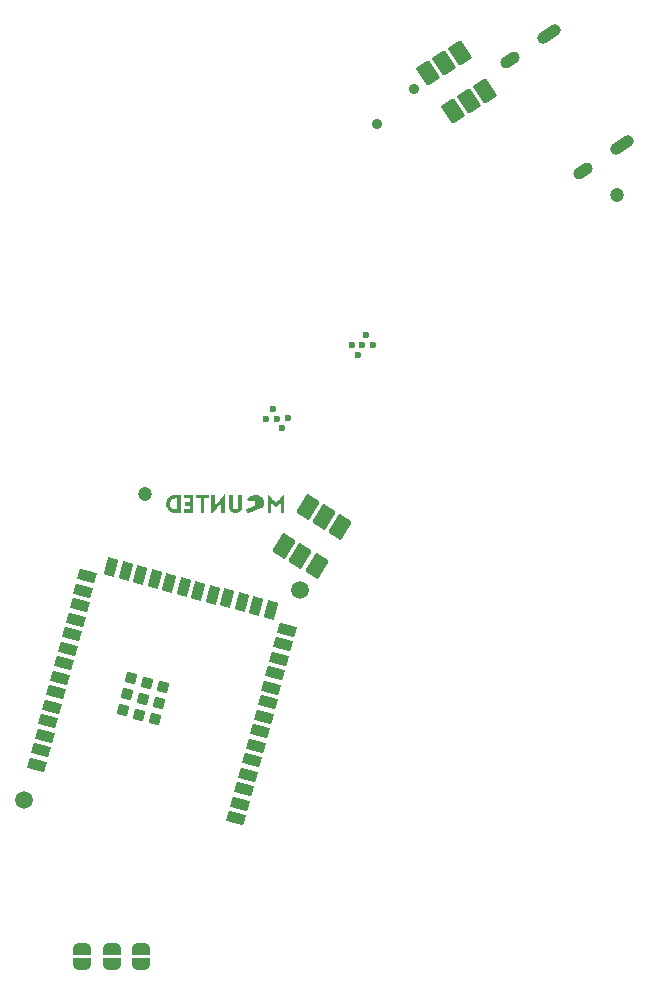
<source format=gbr>
%TF.GenerationSoftware,KiCad,Pcbnew,8.0.4*%
%TF.CreationDate,2024-09-02T19:36:39+02:00*%
%TF.ProjectId,Zoka-MainBoard,5a6f6b61-2d4d-4616-996e-426f6172642e,rev?*%
%TF.SameCoordinates,Original*%
%TF.FileFunction,Soldermask,Bot*%
%TF.FilePolarity,Negative*%
%FSLAX46Y46*%
G04 Gerber Fmt 4.6, Leading zero omitted, Abs format (unit mm)*
G04 Created by KiCad (PCBNEW 8.0.4) date 2024-09-02 19:36:39*
%MOMM*%
%LPD*%
G01*
G04 APERTURE LIST*
G04 Aperture macros list*
%AMRoundRect*
0 Rectangle with rounded corners*
0 $1 Rounding radius*
0 $2 $3 $4 $5 $6 $7 $8 $9 X,Y pos of 4 corners*
0 Add a 4 corners polygon primitive as box body*
4,1,4,$2,$3,$4,$5,$6,$7,$8,$9,$2,$3,0*
0 Add four circle primitives for the rounded corners*
1,1,$1+$1,$2,$3*
1,1,$1+$1,$4,$5*
1,1,$1+$1,$6,$7*
1,1,$1+$1,$8,$9*
0 Add four rect primitives between the rounded corners*
20,1,$1+$1,$2,$3,$4,$5,0*
20,1,$1+$1,$4,$5,$6,$7,0*
20,1,$1+$1,$6,$7,$8,$9,0*
20,1,$1+$1,$8,$9,$2,$3,0*%
%AMHorizOval*
0 Thick line with rounded ends*
0 $1 width*
0 $2 $3 position (X,Y) of the first rounded end (center of the circle)*
0 $4 $5 position (X,Y) of the second rounded end (center of the circle)*
0 Add line between two ends*
20,1,$1,$2,$3,$4,$5,0*
0 Add two circle primitives to create the rounded ends*
1,1,$1,$2,$3*
1,1,$1,$4,$5*%
%AMRotRect*
0 Rectangle, with rotation*
0 The origin of the aperture is its center*
0 $1 length*
0 $2 width*
0 $3 Rotation angle, in degrees counterclockwise*
0 Add horizontal line*
21,1,$1,$2,0,0,$3*%
%AMFreePoly0*
4,1,19,0.500000,-0.750000,0.000000,-0.750000,0.000000,-0.744911,-0.071157,-0.744911,-0.207708,-0.704816,-0.327430,-0.627875,-0.420627,-0.520320,-0.479746,-0.390866,-0.500000,-0.250000,-0.500000,0.250000,-0.479746,0.390866,-0.420627,0.520320,-0.327430,0.627875,-0.207708,0.704816,-0.071157,0.744911,0.000000,0.744911,0.000000,0.750000,0.500000,0.750000,0.500000,-0.750000,0.500000,-0.750000,
$1*%
%AMFreePoly1*
4,1,19,0.000000,0.744911,0.071157,0.744911,0.207708,0.704816,0.327430,0.627875,0.420627,0.520320,0.479746,0.390866,0.500000,0.250000,0.500000,-0.250000,0.479746,-0.390866,0.420627,-0.520320,0.327430,-0.627875,0.207708,-0.704816,0.071157,-0.744911,0.000000,-0.744911,0.000000,-0.750000,-0.500000,-0.750000,-0.500000,0.750000,0.000000,0.750000,0.000000,0.744911,0.000000,0.744911,
$1*%
G04 Aperture macros list end*
%ADD10C,0.000000*%
%ADD11C,1.200000*%
%ADD12C,0.600000*%
%ADD13HorizOval,1.000000X0.333939X0.220192X-0.333939X-0.220192X0*%
%ADD14HorizOval,1.000000X0.500909X0.330288X-0.500909X-0.330288X0*%
%ADD15C,0.900000*%
%ADD16C,1.500000*%
%ADD17RotRect,1.500000X0.900000X345.000000*%
%ADD18RotRect,1.500000X0.900000X255.000000*%
%ADD19RotRect,1.500000X0.900000X165.000000*%
%ADD20RotRect,0.900000X0.900000X165.000000*%
%ADD21FreePoly0,270.000000*%
%ADD22FreePoly1,270.000000*%
%ADD23RoundRect,0.130000X0.003511X-0.949954X0.871753X-0.377454X-0.003511X0.949954X-0.871753X0.377454X0*%
%ADD24RoundRect,0.130000X0.859467X0.404650X-0.026329X0.949596X-0.859467X-0.404650X0.026329X-0.949596X0*%
G04 APERTURE END LIST*
D10*
%TO.C,LOGO101*%
G36*
X163244334Y-75262640D02*
G01*
X163244334Y-75415458D01*
X163051300Y-75415458D01*
X162858266Y-75415458D01*
X162858266Y-76026731D01*
X162858266Y-76638004D01*
X162713491Y-76638004D01*
X162568716Y-76638004D01*
X162568716Y-76026731D01*
X162568716Y-75415458D01*
X162375683Y-75415458D01*
X162182649Y-75415458D01*
X162182649Y-75262640D01*
X162182649Y-75109822D01*
X162713491Y-75109822D01*
X163244334Y-75109822D01*
X163244334Y-75262640D01*
G37*
G36*
X161941357Y-75873913D02*
G01*
X161941357Y-76638004D01*
X161547247Y-76638004D01*
X161153137Y-76638004D01*
X161153137Y-76485186D01*
X161153137Y-76332368D01*
X161394429Y-76332368D01*
X161635721Y-76332368D01*
X161635721Y-76179549D01*
X161635721Y-76026731D01*
X161434644Y-76026731D01*
X161233567Y-76026731D01*
X161233567Y-75873913D01*
X161233567Y-75721095D01*
X161434644Y-75721095D01*
X161635721Y-75721095D01*
X161635721Y-75568276D01*
X161635721Y-75415458D01*
X161410515Y-75415458D01*
X161185309Y-75415458D01*
X161185309Y-75262640D01*
X161185309Y-75109822D01*
X161563333Y-75109822D01*
X161941357Y-75109822D01*
X161941357Y-75873913D01*
G37*
G36*
X164627741Y-75857827D02*
G01*
X164627741Y-76638004D01*
X164475194Y-76638004D01*
X164322647Y-76638004D01*
X164318354Y-76224902D01*
X164314061Y-75811801D01*
X163928323Y-76240989D01*
X163896708Y-76276122D01*
X163792782Y-76390815D01*
X163707668Y-76483222D01*
X163639704Y-76555036D01*
X163587226Y-76607947D01*
X163548569Y-76643646D01*
X163522069Y-76663826D01*
X163506062Y-76670176D01*
X163469539Y-76670176D01*
X163469539Y-75889999D01*
X163469539Y-75109822D01*
X163622095Y-75109822D01*
X163774650Y-75109822D01*
X163778935Y-75538977D01*
X163783219Y-75968133D01*
X164166680Y-75522891D01*
X164269272Y-75404218D01*
X164355650Y-75305444D01*
X164425261Y-75227415D01*
X164480023Y-75168107D01*
X164521854Y-75125498D01*
X164552672Y-75097568D01*
X164574395Y-75082292D01*
X164588941Y-75077650D01*
X164627741Y-75077650D01*
X164627741Y-75857827D01*
G37*
G36*
X168305610Y-75094958D02*
G01*
X168324098Y-75102173D01*
X168347606Y-75118142D01*
X168378828Y-75145441D01*
X168420458Y-75186648D01*
X168475189Y-75244339D01*
X168545716Y-75321090D01*
X168634732Y-75419480D01*
X168638712Y-75423897D01*
X168715981Y-75509381D01*
X168786200Y-75586567D01*
X168846483Y-75652323D01*
X168893947Y-75703517D01*
X168925705Y-75737018D01*
X168938875Y-75749694D01*
X168939242Y-75749702D01*
X168954207Y-75737279D01*
X168987421Y-75704106D01*
X169036036Y-75653201D01*
X169097203Y-75587584D01*
X169168076Y-75510274D01*
X169245806Y-75424291D01*
X169263766Y-75404302D01*
X169348622Y-75310265D01*
X169415501Y-75237264D01*
X169467172Y-75182675D01*
X169506405Y-75143874D01*
X169535968Y-75118238D01*
X169558631Y-75103142D01*
X169577163Y-75095963D01*
X169594334Y-75094077D01*
X169646613Y-75093736D01*
X169646613Y-75865870D01*
X169646613Y-76638004D01*
X169493795Y-76638004D01*
X169340977Y-76638004D01*
X169340326Y-76207700D01*
X169339676Y-75777396D01*
X169143271Y-75983886D01*
X168946867Y-76190376D01*
X168749812Y-75989358D01*
X168552757Y-75788339D01*
X168552757Y-76213171D01*
X168552757Y-76638004D01*
X168399938Y-76638004D01*
X168247120Y-76638004D01*
X168247120Y-75865870D01*
X168247120Y-75093736D01*
X168294196Y-75093736D01*
X168305610Y-75094958D01*
G37*
G36*
X160863586Y-75873913D02*
G01*
X160863586Y-76638004D01*
X160602187Y-76637725D01*
X160567988Y-76637578D01*
X160422210Y-76633645D01*
X160301455Y-76623726D01*
X160200126Y-76606952D01*
X160112628Y-76582453D01*
X160033361Y-76549360D01*
X159953124Y-76501348D01*
X159852683Y-76411901D01*
X159769381Y-76301570D01*
X159705577Y-76175330D01*
X159663630Y-76038154D01*
X159645897Y-75895016D01*
X159647191Y-75873913D01*
X159962763Y-75873913D01*
X159964107Y-75912788D01*
X159986136Y-76031512D01*
X160033340Y-76136415D01*
X160103331Y-76223219D01*
X160193719Y-76287642D01*
X160204570Y-76292989D01*
X160255656Y-76311052D01*
X160320868Y-76322554D01*
X160409153Y-76329221D01*
X160557950Y-76336205D01*
X160557950Y-75873913D01*
X160557950Y-75411621D01*
X160409153Y-75418605D01*
X160369278Y-75421040D01*
X160271719Y-75434517D01*
X160194643Y-75460180D01*
X160130046Y-75501402D01*
X160069924Y-75561554D01*
X160016428Y-75639558D01*
X159976074Y-75748467D01*
X159962763Y-75873913D01*
X159647191Y-75873913D01*
X159654738Y-75750888D01*
X159655545Y-75745955D01*
X159691933Y-75607340D01*
X159751371Y-75477938D01*
X159830119Y-75363230D01*
X159924439Y-75268697D01*
X160030593Y-75199821D01*
X160051345Y-75190039D01*
X160132293Y-75159004D01*
X160222119Y-75136392D01*
X160326554Y-75121304D01*
X160451333Y-75112840D01*
X160602187Y-75110101D01*
X160863586Y-75109822D01*
X160863586Y-75411621D01*
X160863586Y-75873913D01*
G37*
G36*
X165271211Y-75636643D02*
G01*
X165271285Y-75742060D01*
X165271714Y-75868087D01*
X165272678Y-75968016D01*
X165274349Y-76045422D01*
X165276900Y-76103882D01*
X165280505Y-76146970D01*
X165285335Y-76178263D01*
X165291563Y-76201336D01*
X165299362Y-76219765D01*
X165330356Y-76261097D01*
X165387281Y-76305086D01*
X165454451Y-76336406D01*
X165519908Y-76348101D01*
X165559066Y-76343682D01*
X165629499Y-76319572D01*
X165693129Y-76280360D01*
X165737291Y-76232765D01*
X165741464Y-76225693D01*
X165749490Y-76209238D01*
X165755838Y-76189053D01*
X165760705Y-76161583D01*
X165764286Y-76123273D01*
X165766779Y-76070568D01*
X165768380Y-75999912D01*
X165769286Y-75907750D01*
X165769692Y-75790526D01*
X165769796Y-75644686D01*
X165769856Y-75109822D01*
X165923613Y-75109822D01*
X166077370Y-75109822D01*
X166071770Y-75676858D01*
X166070409Y-75804268D01*
X166068634Y-75934135D01*
X166066566Y-76038236D01*
X166064016Y-76120102D01*
X166060797Y-76183260D01*
X166056719Y-76231241D01*
X166051595Y-76267574D01*
X166045235Y-76295787D01*
X166037451Y-76319411D01*
X166013386Y-76371366D01*
X165945414Y-76465312D01*
X165855114Y-76544034D01*
X165748279Y-76603001D01*
X165630703Y-76637677D01*
X165599933Y-76642130D01*
X165476425Y-76643458D01*
X165355240Y-76620584D01*
X165242984Y-76575950D01*
X165146264Y-76511996D01*
X165071688Y-76431163D01*
X165059193Y-76412981D01*
X165036887Y-76378435D01*
X165018855Y-76344845D01*
X165004600Y-76308528D01*
X164993625Y-76265806D01*
X164985435Y-76212996D01*
X164979533Y-76146419D01*
X164975422Y-76062393D01*
X164972607Y-75957237D01*
X164970590Y-75827271D01*
X164968875Y-75668815D01*
X164963318Y-75109822D01*
X165117252Y-75109822D01*
X165271186Y-75109822D01*
X165271211Y-75636643D01*
G37*
G36*
X167334204Y-75106524D02*
G01*
X167339281Y-75107276D01*
X167482314Y-75140570D01*
X167603869Y-75194967D01*
X167708167Y-75272338D01*
X167727458Y-75290759D01*
X167809298Y-75389704D01*
X167865732Y-75501022D01*
X167898414Y-75628868D01*
X167908995Y-75777396D01*
X167908585Y-75799385D01*
X167903392Y-75869954D01*
X167893396Y-75947485D01*
X167880068Y-76024172D01*
X167864878Y-76092208D01*
X167849299Y-76143787D01*
X167834800Y-76171101D01*
X167833970Y-76171645D01*
X167812509Y-76181220D01*
X167765597Y-76200534D01*
X167697161Y-76228057D01*
X167611125Y-76262258D01*
X167511417Y-76301605D01*
X167401962Y-76344567D01*
X167286686Y-76389611D01*
X167169516Y-76435208D01*
X167054376Y-76479824D01*
X166945193Y-76521930D01*
X166845893Y-76559993D01*
X166760402Y-76592482D01*
X166692646Y-76617866D01*
X166646550Y-76634613D01*
X166645839Y-76634862D01*
X166608631Y-76647036D01*
X166586227Y-76652820D01*
X166583463Y-76652858D01*
X166556596Y-76637406D01*
X166523185Y-76598083D01*
X166486910Y-76540629D01*
X166451452Y-76470785D01*
X166420491Y-76394292D01*
X166413761Y-76374836D01*
X166406667Y-76343831D01*
X166415124Y-76326407D01*
X166442179Y-76310832D01*
X166461843Y-76302268D01*
X166510077Y-76283226D01*
X166578119Y-76257472D01*
X166659967Y-76227269D01*
X166749623Y-76194881D01*
X166819206Y-76169743D01*
X166932027Y-76126607D01*
X167019084Y-76087936D01*
X167083682Y-76050497D01*
X167129125Y-76011059D01*
X167158718Y-75966392D01*
X167175764Y-75913263D01*
X167183568Y-75848441D01*
X167185436Y-75768695D01*
X167185377Y-75745526D01*
X167183898Y-75678320D01*
X167179765Y-75635888D01*
X167172091Y-75612436D01*
X167159991Y-75602170D01*
X167155617Y-75601176D01*
X167122937Y-75598379D01*
X167064914Y-75595969D01*
X166986670Y-75594079D01*
X166893327Y-75592847D01*
X166790010Y-75592406D01*
X166750673Y-75592336D01*
X166653210Y-75591525D01*
X166569305Y-75589916D01*
X166503612Y-75587655D01*
X166460784Y-75584885D01*
X166445474Y-75581749D01*
X166447705Y-75571671D01*
X166466582Y-75535848D01*
X166500427Y-75486839D01*
X166544057Y-75431396D01*
X166592295Y-75376273D01*
X166639960Y-75328221D01*
X166739904Y-75249235D01*
X166878207Y-75173266D01*
X167027376Y-75122874D01*
X167181384Y-75099985D01*
X167334204Y-75106524D01*
G37*
%TD*%
D11*
%TO.C,H101*%
X157833956Y-75041091D03*
%TD*%
D12*
%TO.C,U305*%
X169940888Y-68634951D03*
X168663298Y-67848972D03*
X169040100Y-68667825D03*
X169416902Y-69486678D03*
X168139312Y-68700699D03*
%TD*%
%TO.C,U304*%
X175901996Y-63273893D03*
X177154268Y-62448172D03*
X176252892Y-62443609D03*
X175351516Y-62439046D03*
X176603788Y-61613325D03*
%TD*%
D13*
%TO.C,J201*%
X194930718Y-47662237D03*
D14*
X198270109Y-45460314D03*
D13*
X188743314Y-38278547D03*
D14*
X192082706Y-36076624D03*
%TD*%
D11*
%TO.C,H103*%
X197826506Y-49701445D03*
%TD*%
D15*
%TO.C,SW501*%
X180627296Y-40765425D03*
X177539354Y-43685547D03*
%TD*%
D16*
%TO.C,TP202*%
X171012983Y-83193460D03*
%TD*%
D17*
%TO.C,U201*%
X148694751Y-97950079D03*
X149023451Y-96723353D03*
X149352151Y-95496627D03*
X149680851Y-94269901D03*
X150009551Y-93043175D03*
X150338252Y-91816450D03*
X150666952Y-90589724D03*
X150995652Y-89362998D03*
X151324352Y-88136272D03*
X151653052Y-86909546D03*
X151981753Y-85682821D03*
X152310453Y-84456095D03*
X152639153Y-83229369D03*
X152967853Y-82002643D03*
D18*
X154996236Y-81252052D03*
X156222962Y-81580752D03*
X157449688Y-81909452D03*
X158676413Y-82238152D03*
X159903139Y-82566852D03*
X161129865Y-82895553D03*
X162356591Y-83224253D03*
X163583317Y-83552953D03*
X164810042Y-83881653D03*
X166036768Y-84210353D03*
X167263494Y-84539053D03*
X168490220Y-84867754D03*
D19*
X169871555Y-86531977D03*
X169542855Y-87758702D03*
X169214155Y-88985428D03*
X168885455Y-90212154D03*
X168556754Y-91438880D03*
X168228054Y-92665606D03*
X167899354Y-93892331D03*
X167570654Y-95119057D03*
X167241954Y-96345783D03*
X166913253Y-97572509D03*
X166584553Y-98799235D03*
X166255853Y-100025960D03*
X165927153Y-101252686D03*
X165598453Y-102479412D03*
D20*
X156705846Y-90654927D03*
X156343500Y-92007223D03*
X155981153Y-93359519D03*
X158058143Y-91017273D03*
X157695796Y-92369569D03*
X157333449Y-93721866D03*
X159410439Y-91379620D03*
X159048092Y-92731916D03*
X158685745Y-94084212D03*
%TD*%
D21*
%TO.C,JP401*%
X157543827Y-113565871D03*
D22*
X157543827Y-114865871D03*
%TD*%
D21*
%TO.C,JP402*%
X155043827Y-113567658D03*
D22*
X155043827Y-114867658D03*
%TD*%
D23*
%TO.C,J504*%
X183966913Y-42650473D03*
X185302669Y-41769704D03*
X186638426Y-40888935D03*
X184519075Y-37674771D03*
X183183319Y-38555540D03*
X181847562Y-39436309D03*
%TD*%
D16*
%TO.C,TP201*%
X147637987Y-100943458D03*
%TD*%
D24*
%TO.C,J501*%
X174393098Y-77842261D03*
X173030335Y-77003884D03*
X171667572Y-76165506D03*
X169650226Y-79444655D03*
X171012989Y-80283032D03*
X172375752Y-81121410D03*
%TD*%
D21*
%TO.C,JP403*%
X152543827Y-113565870D03*
D22*
X152543827Y-114865870D03*
%TD*%
M02*

</source>
